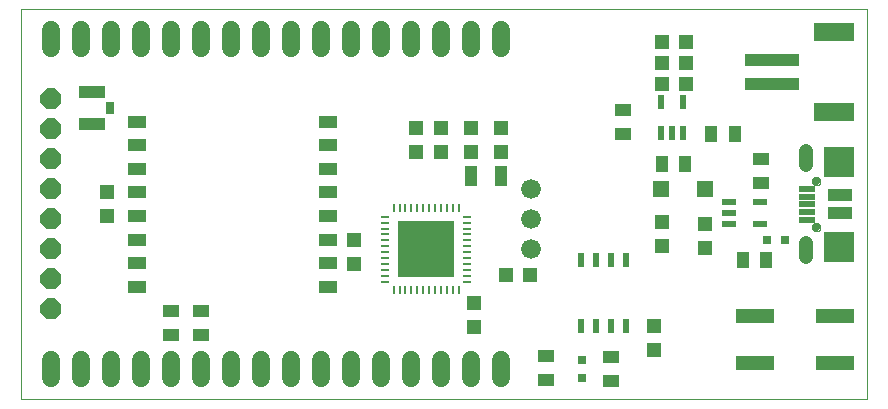
<source format=gts>
G75*
%MOIN*%
%OFA0B0*%
%FSLAX25Y25*%
%IPPOS*%
%LPD*%
%AMOC8*
5,1,8,0,0,1.08239X$1,22.5*
%
%ADD10C,0.00000*%
%ADD11R,0.05118X0.04724*%
%ADD12R,0.04724X0.05118*%
%ADD13R,0.05512X0.05512*%
%ADD14R,0.03150X0.03150*%
%ADD15C,0.05906*%
%ADD16OC8,0.07000*%
%ADD17C,0.06600*%
%ADD18R,0.04331X0.05512*%
%ADD19R,0.05512X0.04331*%
%ADD20R,0.12598X0.04724*%
%ADD21R,0.00984X0.02953*%
%ADD22R,0.02953X0.00984*%
%ADD23R,0.18504X0.18504*%
%ADD24R,0.02165X0.04724*%
%ADD25R,0.04724X0.02165*%
%ADD26R,0.05906X0.03937*%
%ADD27R,0.05709X0.01969*%
%ADD28R,0.07874X0.03937*%
%ADD29C,0.04724*%
%ADD30R,0.09843X0.09843*%
%ADD31C,0.02756*%
%ADD32R,0.08661X0.04134*%
%ADD33R,0.03150X0.03937*%
%ADD34R,0.18110X0.03937*%
%ADD35R,0.13386X0.06299*%
%ADD36R,0.03937X0.07087*%
%ADD37R,0.02362X0.04724*%
D10*
X0001300Y0001300D02*
X0001300Y0131300D01*
X0283221Y0131300D01*
X0283221Y0001300D01*
X0001300Y0001300D01*
X0264922Y0058623D02*
X0264924Y0058697D01*
X0264930Y0058771D01*
X0264940Y0058844D01*
X0264954Y0058917D01*
X0264971Y0058989D01*
X0264993Y0059059D01*
X0265018Y0059129D01*
X0265047Y0059197D01*
X0265080Y0059263D01*
X0265116Y0059328D01*
X0265156Y0059390D01*
X0265198Y0059451D01*
X0265244Y0059509D01*
X0265293Y0059564D01*
X0265345Y0059617D01*
X0265400Y0059667D01*
X0265457Y0059713D01*
X0265517Y0059757D01*
X0265579Y0059797D01*
X0265643Y0059834D01*
X0265709Y0059868D01*
X0265777Y0059898D01*
X0265846Y0059924D01*
X0265917Y0059947D01*
X0265988Y0059965D01*
X0266061Y0059980D01*
X0266134Y0059991D01*
X0266208Y0059998D01*
X0266282Y0060001D01*
X0266355Y0060000D01*
X0266429Y0059995D01*
X0266503Y0059986D01*
X0266576Y0059973D01*
X0266648Y0059956D01*
X0266719Y0059936D01*
X0266789Y0059911D01*
X0266857Y0059883D01*
X0266924Y0059852D01*
X0266989Y0059816D01*
X0267052Y0059778D01*
X0267113Y0059736D01*
X0267172Y0059690D01*
X0267228Y0059642D01*
X0267281Y0059591D01*
X0267331Y0059537D01*
X0267379Y0059480D01*
X0267423Y0059421D01*
X0267465Y0059359D01*
X0267503Y0059296D01*
X0267537Y0059230D01*
X0267568Y0059163D01*
X0267595Y0059094D01*
X0267618Y0059024D01*
X0267638Y0058953D01*
X0267654Y0058880D01*
X0267666Y0058807D01*
X0267674Y0058734D01*
X0267678Y0058660D01*
X0267678Y0058586D01*
X0267674Y0058512D01*
X0267666Y0058439D01*
X0267654Y0058366D01*
X0267638Y0058293D01*
X0267618Y0058222D01*
X0267595Y0058152D01*
X0267568Y0058083D01*
X0267537Y0058016D01*
X0267503Y0057950D01*
X0267465Y0057887D01*
X0267423Y0057825D01*
X0267379Y0057766D01*
X0267331Y0057709D01*
X0267281Y0057655D01*
X0267228Y0057604D01*
X0267172Y0057556D01*
X0267113Y0057510D01*
X0267052Y0057468D01*
X0266989Y0057430D01*
X0266924Y0057394D01*
X0266857Y0057363D01*
X0266789Y0057335D01*
X0266719Y0057310D01*
X0266648Y0057290D01*
X0266576Y0057273D01*
X0266503Y0057260D01*
X0266429Y0057251D01*
X0266355Y0057246D01*
X0266282Y0057245D01*
X0266208Y0057248D01*
X0266134Y0057255D01*
X0266061Y0057266D01*
X0265988Y0057281D01*
X0265917Y0057299D01*
X0265846Y0057322D01*
X0265777Y0057348D01*
X0265709Y0057378D01*
X0265643Y0057412D01*
X0265579Y0057449D01*
X0265517Y0057489D01*
X0265457Y0057533D01*
X0265400Y0057579D01*
X0265345Y0057629D01*
X0265293Y0057682D01*
X0265244Y0057737D01*
X0265198Y0057795D01*
X0265156Y0057856D01*
X0265116Y0057918D01*
X0265080Y0057983D01*
X0265047Y0058049D01*
X0265018Y0058117D01*
X0264993Y0058187D01*
X0264971Y0058257D01*
X0264954Y0058329D01*
X0264940Y0058402D01*
X0264930Y0058475D01*
X0264924Y0058549D01*
X0264922Y0058623D01*
X0272599Y0053898D02*
X0274765Y0053898D01*
X0274765Y0053899D02*
X0274839Y0053902D01*
X0274914Y0053901D01*
X0274989Y0053897D01*
X0275064Y0053888D01*
X0275138Y0053876D01*
X0275211Y0053860D01*
X0275284Y0053841D01*
X0275355Y0053818D01*
X0275425Y0053791D01*
X0275494Y0053761D01*
X0275561Y0053727D01*
X0275626Y0053690D01*
X0275689Y0053650D01*
X0275750Y0053607D01*
X0275809Y0053560D01*
X0275865Y0053511D01*
X0275919Y0053459D01*
X0275970Y0053404D01*
X0276019Y0053346D01*
X0276064Y0053287D01*
X0276106Y0053225D01*
X0276145Y0053161D01*
X0276181Y0053095D01*
X0276214Y0053027D01*
X0276243Y0052958D01*
X0276268Y0052887D01*
X0276290Y0052816D01*
X0276308Y0052743D01*
X0276322Y0052669D01*
X0276333Y0052595D01*
X0276340Y0052520D01*
X0276339Y0052520D02*
X0276339Y0051733D01*
X0276340Y0051733D02*
X0276333Y0051658D01*
X0276322Y0051584D01*
X0276308Y0051510D01*
X0276290Y0051437D01*
X0276268Y0051366D01*
X0276243Y0051295D01*
X0276214Y0051226D01*
X0276181Y0051158D01*
X0276145Y0051092D01*
X0276106Y0051028D01*
X0276064Y0050966D01*
X0276019Y0050907D01*
X0275970Y0050849D01*
X0275919Y0050794D01*
X0275865Y0050742D01*
X0275809Y0050693D01*
X0275750Y0050646D01*
X0275689Y0050603D01*
X0275626Y0050563D01*
X0275561Y0050526D01*
X0275494Y0050492D01*
X0275425Y0050462D01*
X0275355Y0050435D01*
X0275284Y0050412D01*
X0275211Y0050393D01*
X0275138Y0050377D01*
X0275064Y0050365D01*
X0274989Y0050356D01*
X0274914Y0050352D01*
X0274839Y0050351D01*
X0274765Y0050354D01*
X0274765Y0050355D02*
X0272599Y0050355D01*
X0272527Y0050357D01*
X0272455Y0050363D01*
X0272383Y0050372D01*
X0272312Y0050385D01*
X0272242Y0050402D01*
X0272173Y0050422D01*
X0272105Y0050447D01*
X0272039Y0050474D01*
X0271973Y0050505D01*
X0271910Y0050540D01*
X0271848Y0050577D01*
X0271789Y0050618D01*
X0271732Y0050662D01*
X0271677Y0050709D01*
X0271625Y0050759D01*
X0271575Y0050811D01*
X0271528Y0050866D01*
X0271484Y0050923D01*
X0271443Y0050982D01*
X0271406Y0051044D01*
X0271371Y0051107D01*
X0271340Y0051173D01*
X0271313Y0051239D01*
X0271288Y0051307D01*
X0271268Y0051376D01*
X0271251Y0051446D01*
X0271238Y0051517D01*
X0271229Y0051589D01*
X0271223Y0051661D01*
X0271221Y0051733D01*
X0271221Y0052520D01*
X0271223Y0052592D01*
X0271229Y0052664D01*
X0271238Y0052736D01*
X0271251Y0052807D01*
X0271268Y0052877D01*
X0271288Y0052946D01*
X0271313Y0053014D01*
X0271340Y0053080D01*
X0271371Y0053146D01*
X0271406Y0053209D01*
X0271443Y0053271D01*
X0271484Y0053330D01*
X0271528Y0053387D01*
X0271575Y0053442D01*
X0271625Y0053494D01*
X0271677Y0053544D01*
X0271732Y0053591D01*
X0271789Y0053635D01*
X0271848Y0053676D01*
X0271910Y0053713D01*
X0271973Y0053748D01*
X0272039Y0053779D01*
X0272105Y0053806D01*
X0272173Y0053831D01*
X0272242Y0053851D01*
X0272312Y0053868D01*
X0272383Y0053881D01*
X0272455Y0053890D01*
X0272527Y0053896D01*
X0272599Y0053898D01*
X0264922Y0073977D02*
X0264924Y0074051D01*
X0264930Y0074125D01*
X0264940Y0074198D01*
X0264954Y0074271D01*
X0264971Y0074343D01*
X0264993Y0074413D01*
X0265018Y0074483D01*
X0265047Y0074551D01*
X0265080Y0074617D01*
X0265116Y0074682D01*
X0265156Y0074744D01*
X0265198Y0074805D01*
X0265244Y0074863D01*
X0265293Y0074918D01*
X0265345Y0074971D01*
X0265400Y0075021D01*
X0265457Y0075067D01*
X0265517Y0075111D01*
X0265579Y0075151D01*
X0265643Y0075188D01*
X0265709Y0075222D01*
X0265777Y0075252D01*
X0265846Y0075278D01*
X0265917Y0075301D01*
X0265988Y0075319D01*
X0266061Y0075334D01*
X0266134Y0075345D01*
X0266208Y0075352D01*
X0266282Y0075355D01*
X0266355Y0075354D01*
X0266429Y0075349D01*
X0266503Y0075340D01*
X0266576Y0075327D01*
X0266648Y0075310D01*
X0266719Y0075290D01*
X0266789Y0075265D01*
X0266857Y0075237D01*
X0266924Y0075206D01*
X0266989Y0075170D01*
X0267052Y0075132D01*
X0267113Y0075090D01*
X0267172Y0075044D01*
X0267228Y0074996D01*
X0267281Y0074945D01*
X0267331Y0074891D01*
X0267379Y0074834D01*
X0267423Y0074775D01*
X0267465Y0074713D01*
X0267503Y0074650D01*
X0267537Y0074584D01*
X0267568Y0074517D01*
X0267595Y0074448D01*
X0267618Y0074378D01*
X0267638Y0074307D01*
X0267654Y0074234D01*
X0267666Y0074161D01*
X0267674Y0074088D01*
X0267678Y0074014D01*
X0267678Y0073940D01*
X0267674Y0073866D01*
X0267666Y0073793D01*
X0267654Y0073720D01*
X0267638Y0073647D01*
X0267618Y0073576D01*
X0267595Y0073506D01*
X0267568Y0073437D01*
X0267537Y0073370D01*
X0267503Y0073304D01*
X0267465Y0073241D01*
X0267423Y0073179D01*
X0267379Y0073120D01*
X0267331Y0073063D01*
X0267281Y0073009D01*
X0267228Y0072958D01*
X0267172Y0072910D01*
X0267113Y0072864D01*
X0267052Y0072822D01*
X0266989Y0072784D01*
X0266924Y0072748D01*
X0266857Y0072717D01*
X0266789Y0072689D01*
X0266719Y0072664D01*
X0266648Y0072644D01*
X0266576Y0072627D01*
X0266503Y0072614D01*
X0266429Y0072605D01*
X0266355Y0072600D01*
X0266282Y0072599D01*
X0266208Y0072602D01*
X0266134Y0072609D01*
X0266061Y0072620D01*
X0265988Y0072635D01*
X0265917Y0072653D01*
X0265846Y0072676D01*
X0265777Y0072702D01*
X0265709Y0072732D01*
X0265643Y0072766D01*
X0265579Y0072803D01*
X0265517Y0072843D01*
X0265457Y0072887D01*
X0265400Y0072933D01*
X0265345Y0072983D01*
X0265293Y0073036D01*
X0265244Y0073091D01*
X0265198Y0073149D01*
X0265156Y0073210D01*
X0265116Y0073272D01*
X0265080Y0073337D01*
X0265047Y0073403D01*
X0265018Y0073471D01*
X0264993Y0073541D01*
X0264971Y0073611D01*
X0264954Y0073683D01*
X0264940Y0073756D01*
X0264930Y0073829D01*
X0264924Y0073903D01*
X0264922Y0073977D01*
X0272599Y0078702D02*
X0274961Y0078702D01*
X0274962Y0078701D02*
X0275039Y0078713D01*
X0275115Y0078728D01*
X0275191Y0078747D01*
X0275265Y0078770D01*
X0275339Y0078796D01*
X0275410Y0078826D01*
X0275481Y0078860D01*
X0275549Y0078896D01*
X0275616Y0078937D01*
X0275681Y0078980D01*
X0275743Y0079026D01*
X0275804Y0079076D01*
X0275861Y0079128D01*
X0275916Y0079184D01*
X0275968Y0079241D01*
X0276018Y0079302D01*
X0276064Y0079364D01*
X0276107Y0079429D01*
X0276147Y0079496D01*
X0276184Y0079565D01*
X0276217Y0079635D01*
X0276247Y0079707D01*
X0276273Y0079781D01*
X0276295Y0079855D01*
X0276314Y0079931D01*
X0276329Y0080007D01*
X0276340Y0080084D01*
X0276348Y0080162D01*
X0276352Y0080240D01*
X0276351Y0080318D01*
X0276348Y0080395D01*
X0276340Y0080473D01*
X0276348Y0080551D01*
X0276351Y0080628D01*
X0276352Y0080706D01*
X0276348Y0080784D01*
X0276340Y0080862D01*
X0276329Y0080939D01*
X0276314Y0081015D01*
X0276295Y0081091D01*
X0276273Y0081165D01*
X0276247Y0081239D01*
X0276217Y0081311D01*
X0276184Y0081381D01*
X0276147Y0081450D01*
X0276107Y0081517D01*
X0276064Y0081582D01*
X0276018Y0081644D01*
X0275968Y0081705D01*
X0275916Y0081762D01*
X0275861Y0081818D01*
X0275804Y0081870D01*
X0275743Y0081920D01*
X0275681Y0081966D01*
X0275616Y0082009D01*
X0275549Y0082050D01*
X0275481Y0082086D01*
X0275410Y0082120D01*
X0275339Y0082150D01*
X0275265Y0082176D01*
X0275191Y0082199D01*
X0275115Y0082218D01*
X0275039Y0082233D01*
X0274962Y0082245D01*
X0274961Y0082245D02*
X0272599Y0082245D01*
X0272522Y0082233D01*
X0272446Y0082218D01*
X0272370Y0082199D01*
X0272296Y0082176D01*
X0272222Y0082150D01*
X0272151Y0082120D01*
X0272080Y0082086D01*
X0272012Y0082050D01*
X0271945Y0082009D01*
X0271880Y0081966D01*
X0271818Y0081920D01*
X0271757Y0081870D01*
X0271700Y0081818D01*
X0271645Y0081762D01*
X0271593Y0081705D01*
X0271543Y0081644D01*
X0271497Y0081582D01*
X0271454Y0081517D01*
X0271414Y0081450D01*
X0271377Y0081381D01*
X0271344Y0081311D01*
X0271314Y0081239D01*
X0271288Y0081165D01*
X0271266Y0081091D01*
X0271247Y0081015D01*
X0271232Y0080939D01*
X0271221Y0080862D01*
X0271213Y0080784D01*
X0271209Y0080706D01*
X0271210Y0080628D01*
X0271213Y0080551D01*
X0271221Y0080473D01*
X0271213Y0080395D01*
X0271210Y0080318D01*
X0271209Y0080240D01*
X0271213Y0080162D01*
X0271221Y0080084D01*
X0271232Y0080007D01*
X0271247Y0079931D01*
X0271266Y0079855D01*
X0271288Y0079781D01*
X0271314Y0079707D01*
X0271344Y0079635D01*
X0271377Y0079565D01*
X0271414Y0079496D01*
X0271454Y0079429D01*
X0271497Y0079364D01*
X0271543Y0079302D01*
X0271593Y0079241D01*
X0271645Y0079184D01*
X0271700Y0079128D01*
X0271757Y0079076D01*
X0271818Y0079026D01*
X0271880Y0078980D01*
X0271945Y0078937D01*
X0272012Y0078896D01*
X0272080Y0078860D01*
X0272151Y0078826D01*
X0272222Y0078796D01*
X0272296Y0078770D01*
X0272370Y0078747D01*
X0272446Y0078728D01*
X0272522Y0078713D01*
X0272599Y0078701D01*
D11*
X0229300Y0059800D03*
X0214800Y0060300D03*
X0214800Y0052300D03*
X0229300Y0051800D03*
X0212300Y0025800D03*
X0212300Y0017800D03*
X0152300Y0025300D03*
X0152300Y0033300D03*
X0112300Y0046300D03*
X0112300Y0054300D03*
X0132800Y0083800D03*
X0141300Y0083800D03*
X0151300Y0083800D03*
X0161300Y0083800D03*
X0161300Y0091800D03*
X0151300Y0091800D03*
X0141300Y0091800D03*
X0132800Y0091800D03*
X0029800Y0070300D03*
X0029800Y0062300D03*
D12*
X0162800Y0042800D03*
X0170800Y0042800D03*
X0214800Y0106300D03*
X0222800Y0106300D03*
X0222800Y0113300D03*
X0214800Y0113300D03*
X0214800Y0120300D03*
X0222800Y0120300D03*
D13*
X0229083Y0071300D03*
X0214517Y0071300D03*
D14*
X0249847Y0054300D03*
X0255753Y0054300D03*
X0188300Y0014253D03*
X0188300Y0008347D03*
D15*
X0161300Y0008347D02*
X0161300Y0014253D01*
X0151300Y0014253D02*
X0151300Y0008347D01*
X0141300Y0008347D02*
X0141300Y0014253D01*
X0131300Y0014253D02*
X0131300Y0008347D01*
X0121300Y0008347D02*
X0121300Y0014253D01*
X0111300Y0014253D02*
X0111300Y0008347D01*
X0101300Y0008347D02*
X0101300Y0014253D01*
X0091300Y0014253D02*
X0091300Y0008347D01*
X0081300Y0008347D02*
X0081300Y0014253D01*
X0071300Y0014253D02*
X0071300Y0008347D01*
X0061300Y0008347D02*
X0061300Y0014253D01*
X0051300Y0014253D02*
X0051300Y0008347D01*
X0041300Y0008347D02*
X0041300Y0014253D01*
X0031300Y0014253D02*
X0031300Y0008347D01*
X0021300Y0008347D02*
X0021300Y0014253D01*
X0011300Y0014253D02*
X0011300Y0008347D01*
X0011300Y0118347D02*
X0011300Y0124253D01*
X0021300Y0124253D02*
X0021300Y0118347D01*
X0031300Y0118347D02*
X0031300Y0124253D01*
X0041300Y0124253D02*
X0041300Y0118347D01*
X0051300Y0118347D02*
X0051300Y0124253D01*
X0061300Y0124253D02*
X0061300Y0118347D01*
X0071300Y0118347D02*
X0071300Y0124253D01*
X0081300Y0124253D02*
X0081300Y0118347D01*
X0091300Y0118347D02*
X0091300Y0124253D01*
X0101300Y0124253D02*
X0101300Y0118347D01*
X0111300Y0118347D02*
X0111300Y0124253D01*
X0121300Y0124253D02*
X0121300Y0118347D01*
X0131300Y0118347D02*
X0131300Y0124253D01*
X0141300Y0124253D02*
X0141300Y0118347D01*
X0151300Y0118347D02*
X0151300Y0124253D01*
X0161300Y0124253D02*
X0161300Y0118347D01*
D16*
X0011300Y0101300D03*
X0011300Y0091300D03*
X0011300Y0081300D03*
X0011300Y0071300D03*
X0011300Y0061300D03*
X0011300Y0051300D03*
X0011300Y0041300D03*
X0011300Y0031300D03*
D17*
X0171300Y0051300D03*
X0171300Y0061300D03*
X0171300Y0071300D03*
D18*
X0214863Y0079800D03*
X0222737Y0079800D03*
X0231363Y0089800D03*
X0239237Y0089800D03*
X0241863Y0047800D03*
X0249737Y0047800D03*
D19*
X0247800Y0073363D03*
X0247800Y0081237D03*
X0201800Y0089863D03*
X0201800Y0097737D03*
X0061300Y0030737D03*
X0051300Y0030737D03*
X0051300Y0022863D03*
X0061300Y0022863D03*
X0176300Y0015737D03*
X0176300Y0007863D03*
X0197800Y0007363D03*
X0197800Y0015237D03*
D20*
X0245914Y0013426D03*
X0272686Y0013426D03*
X0272686Y0029174D03*
X0245914Y0029174D03*
D21*
X0147127Y0037619D03*
X0145158Y0037619D03*
X0143190Y0037619D03*
X0141221Y0037619D03*
X0139253Y0037619D03*
X0137284Y0037619D03*
X0135316Y0037619D03*
X0133347Y0037619D03*
X0131379Y0037619D03*
X0129410Y0037619D03*
X0127442Y0037619D03*
X0125473Y0037619D03*
X0125473Y0064981D03*
X0127442Y0064981D03*
X0129410Y0064981D03*
X0131379Y0064981D03*
X0133347Y0064981D03*
X0135316Y0064981D03*
X0137284Y0064981D03*
X0139253Y0064981D03*
X0141221Y0064981D03*
X0143190Y0064981D03*
X0145158Y0064981D03*
X0147127Y0064981D03*
D22*
X0149981Y0062127D03*
X0149981Y0060158D03*
X0149981Y0058190D03*
X0149981Y0056221D03*
X0149981Y0054253D03*
X0149981Y0052284D03*
X0149981Y0050316D03*
X0149981Y0048347D03*
X0149981Y0046379D03*
X0149981Y0044410D03*
X0149981Y0042442D03*
X0149981Y0040473D03*
X0122619Y0040473D03*
X0122619Y0042442D03*
X0122619Y0044410D03*
X0122619Y0046379D03*
X0122619Y0048347D03*
X0122619Y0050316D03*
X0122619Y0052284D03*
X0122619Y0054253D03*
X0122619Y0056221D03*
X0122619Y0058190D03*
X0122619Y0060158D03*
X0122619Y0062127D03*
D23*
X0136300Y0051300D03*
D24*
X0214560Y0090181D03*
X0218300Y0090181D03*
X0222040Y0090181D03*
X0222040Y0100419D03*
X0214560Y0100419D03*
D25*
X0237181Y0067040D03*
X0237181Y0063300D03*
X0237181Y0059560D03*
X0247419Y0059560D03*
X0247419Y0067040D03*
D26*
X0103690Y0070237D03*
X0103690Y0062363D03*
X0103690Y0054489D03*
X0103690Y0046615D03*
X0103690Y0038741D03*
X0039910Y0038741D03*
X0039910Y0046615D03*
X0039910Y0054489D03*
X0039910Y0062363D03*
X0039910Y0070237D03*
X0039910Y0078111D03*
X0039910Y0085985D03*
X0039910Y0093859D03*
X0103690Y0093859D03*
X0103690Y0085985D03*
X0103690Y0078111D03*
D27*
X0263249Y0071418D03*
X0263249Y0068859D03*
X0263249Y0066300D03*
X0263249Y0063741D03*
X0263249Y0061182D03*
D28*
X0274174Y0063347D03*
X0274174Y0069253D03*
D29*
X0262757Y0079292D02*
X0262757Y0084017D01*
X0262757Y0053308D02*
X0262757Y0048583D01*
D30*
X0273780Y0052127D03*
X0273780Y0080473D03*
D31*
X0266300Y0073977D03*
X0266300Y0058623D03*
D32*
X0024800Y0092887D03*
X0024800Y0103713D03*
D33*
X0030804Y0098300D03*
D34*
X0251733Y0106363D03*
X0251733Y0114237D03*
D35*
X0272206Y0123686D03*
X0272206Y0096914D03*
D36*
X0161221Y0075800D03*
X0151379Y0075800D03*
D37*
X0187800Y0047824D03*
X0192800Y0047824D03*
X0197800Y0047824D03*
X0202800Y0047824D03*
X0202800Y0025776D03*
X0197800Y0025776D03*
X0192800Y0025776D03*
X0187800Y0025776D03*
M02*

</source>
